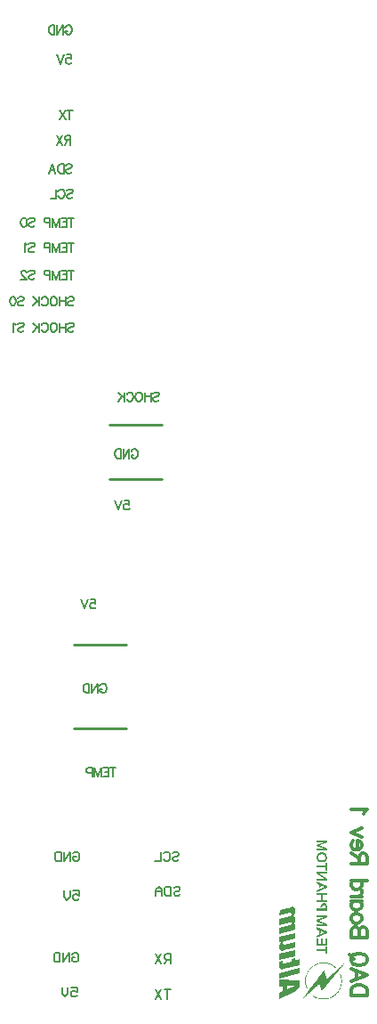
<source format=gbo>
G04*
G04 #@! TF.GenerationSoftware,Altium Limited,Altium Designer,20.2.6 (244)*
G04*
G04 Layer_Color=32896*
%FSLAX25Y25*%
%MOIN*%
G70*
G04*
G04 #@! TF.SameCoordinates,A761004E-7D6E-4A87-B3DE-CFC7A672E5A2*
G04*
G04*
G04 #@! TF.FilePolarity,Positive*
G04*
G01*
G75*
%ADD12C,0.01000*%
%ADD14C,0.00620*%
%ADD16C,0.01181*%
G36*
X126924Y75602D02*
X126932D01*
X126939D01*
X126975Y75594D01*
X127034Y75572D01*
X127106Y75551D01*
X127179Y75521D01*
X127260Y75478D01*
X127340Y75419D01*
X127413Y75354D01*
X127420Y75346D01*
X127442Y75317D01*
X127471Y75266D01*
X127507Y75208D01*
X127544Y75135D01*
X127588Y75040D01*
X127624Y74945D01*
X127653Y74836D01*
X127661Y74822D01*
X127668Y74785D01*
X127682Y74727D01*
X127697Y74647D01*
X127711Y74545D01*
X127719Y74428D01*
X127733Y74304D01*
Y74071D01*
X127726Y74005D01*
X127719Y73925D01*
X127711Y73837D01*
X127682Y73655D01*
Y73648D01*
X127675Y73611D01*
X127661Y73560D01*
X127646Y73502D01*
X127624Y73422D01*
X127595Y73342D01*
X127529Y73159D01*
X127522Y73145D01*
X127515Y73116D01*
X127493Y73065D01*
X127464Y72999D01*
X127420Y72926D01*
X127376Y72846D01*
X127325Y72759D01*
X127260Y72671D01*
X127252Y72664D01*
X127230Y72635D01*
X127194Y72591D01*
X127143Y72532D01*
X127077Y72467D01*
X127004Y72401D01*
X126924Y72328D01*
X126837Y72255D01*
X126844D01*
X126873Y72248D01*
X126917Y72234D01*
X126968Y72219D01*
X127034Y72197D01*
X127099Y72168D01*
X127230Y72102D01*
X127238Y72095D01*
X127260Y72088D01*
X127289Y72066D01*
X127332Y72037D01*
X127376Y72000D01*
X127420Y71949D01*
X127471Y71898D01*
X127515Y71840D01*
X127522Y71833D01*
X127529Y71811D01*
X127551Y71774D01*
X127573Y71723D01*
X127602Y71658D01*
X127631Y71585D01*
X127653Y71505D01*
X127675Y71410D01*
Y71395D01*
X127682Y71366D01*
X127697Y71315D01*
X127704Y71242D01*
X127719Y71155D01*
X127726Y71053D01*
X127733Y70936D01*
Y70710D01*
X127726Y70659D01*
X127719Y70601D01*
Y70535D01*
X127704Y70462D01*
X127682Y70294D01*
X127639Y70120D01*
X127588Y69937D01*
X127515Y69762D01*
Y69755D01*
X127507Y69740D01*
X127493Y69718D01*
X127478Y69682D01*
X127456Y69646D01*
X127427Y69602D01*
X127354Y69493D01*
X127267Y69369D01*
X127157Y69230D01*
X127026Y69099D01*
X126873Y68968D01*
Y68946D01*
X127573Y69113D01*
Y66941D01*
X121799Y65498D01*
Y67648D01*
X125612Y68610D01*
X125619D01*
X125627Y68618D01*
X125670Y68625D01*
X125729Y68647D01*
X125802Y68676D01*
X125889Y68713D01*
X125969Y68764D01*
X126049Y68822D01*
X126122Y68895D01*
X126130Y68902D01*
X126152Y68931D01*
X126173Y68975D01*
X126210Y69033D01*
X126239Y69106D01*
X126261Y69194D01*
X126283Y69296D01*
X126290Y69405D01*
Y69456D01*
X126283Y69507D01*
X126268Y69573D01*
X126246Y69646D01*
X126217Y69718D01*
X126181Y69777D01*
X126122Y69828D01*
X126115Y69835D01*
X126093Y69842D01*
X126049Y69857D01*
X125998Y69872D01*
X125926Y69879D01*
X125831D01*
X125729Y69864D01*
X125605Y69835D01*
X121799Y68888D01*
Y71038D01*
X125612Y71993D01*
X125619D01*
X125627Y72000D01*
X125670Y72008D01*
X125729Y72029D01*
X125802Y72066D01*
X125889Y72102D01*
X125969Y72153D01*
X126049Y72212D01*
X126122Y72285D01*
X126130Y72292D01*
X126152Y72321D01*
X126173Y72365D01*
X126210Y72430D01*
X126239Y72503D01*
X126261Y72598D01*
X126283Y72700D01*
X126290Y72817D01*
Y72868D01*
X126283Y72919D01*
X126268Y72984D01*
X126246Y73057D01*
X126217Y73123D01*
X126181Y73189D01*
X126122Y73232D01*
X126115Y73240D01*
X126093Y73247D01*
X126049Y73261D01*
X125998Y73276D01*
X125926Y73283D01*
X125838D01*
X125736Y73276D01*
X125612Y73247D01*
X121799Y72292D01*
Y73298D01*
X121807Y73334D01*
Y73378D01*
X121814Y73429D01*
X121836Y73553D01*
X121872Y73692D01*
X121923Y73852D01*
X121996Y74012D01*
X122098Y74173D01*
X122106Y74180D01*
X122113Y74195D01*
X122127Y74209D01*
X122149Y74238D01*
X122215Y74311D01*
X122302Y74399D01*
X122412Y74493D01*
X122543Y74581D01*
X122689Y74654D01*
X122849Y74712D01*
X126152Y75543D01*
X126159D01*
X126173Y75551D01*
X126195D01*
X126232Y75558D01*
X126312Y75572D01*
X126421Y75594D01*
X126545Y75609D01*
X126669Y75616D01*
X126800D01*
X126924Y75602D01*
D02*
G37*
G36*
X127573Y63726D02*
X123753Y62764D01*
X123746D01*
X123739Y62757D01*
X123695Y62749D01*
X123636Y62727D01*
X123564Y62698D01*
X123476Y62655D01*
X123389Y62603D01*
X123308Y62545D01*
X123235Y62472D01*
X123228Y62465D01*
X123206Y62436D01*
X123177Y62392D01*
X123148Y62334D01*
X123119Y62261D01*
X123090Y62173D01*
X123068Y62071D01*
X123061Y61955D01*
Y61904D01*
X123068Y61853D01*
X123082Y61794D01*
X123104Y61721D01*
X123133Y61656D01*
X123177Y61598D01*
X123235Y61546D01*
X123243Y61539D01*
X123272Y61532D01*
X123308Y61517D01*
X123367Y61510D01*
X123440Y61495D01*
X123527D01*
X123629Y61510D01*
X123753Y61532D01*
X127573Y62487D01*
Y60336D01*
X123199Y59243D01*
X123192D01*
X123177Y59236D01*
X123155D01*
X123126Y59228D01*
X123039Y59214D01*
X122937Y59192D01*
X122813Y59177D01*
X122689Y59170D01*
X122565D01*
X122441Y59184D01*
X122426D01*
X122390Y59199D01*
X122339Y59214D01*
X122266Y59243D01*
X122193Y59279D01*
X122120Y59323D01*
X122047Y59389D01*
X121982Y59461D01*
X121974Y59469D01*
X121952Y59498D01*
X121923Y59542D01*
X121887Y59593D01*
X121843Y59666D01*
X121799Y59746D01*
X121763Y59841D01*
X121726Y59943D01*
Y59957D01*
X121712Y59994D01*
X121705Y60052D01*
X121690Y60132D01*
X121675Y60227D01*
X121661Y60344D01*
X121653Y60467D01*
Y60708D01*
X121661Y60752D01*
X121668Y60817D01*
Y60883D01*
X121683Y60956D01*
X121705Y61116D01*
X121741Y61291D01*
X121792Y61466D01*
X121865Y61641D01*
Y61648D01*
X121872Y61663D01*
X121887Y61685D01*
X121901Y61721D01*
X121923Y61758D01*
X121952Y61802D01*
X122018Y61911D01*
X122106Y62035D01*
X122215Y62166D01*
X122339Y62297D01*
X122485Y62428D01*
Y62458D01*
X121792Y62290D01*
Y64433D01*
X127573Y65877D01*
Y63726D01*
D02*
G37*
G36*
Y57202D02*
X121792Y55758D01*
Y57909D01*
X127573Y59359D01*
Y57202D01*
D02*
G37*
G36*
Y55503D02*
X129337Y55970D01*
Y53812D01*
X123192Y52259D01*
X123184D01*
X123170Y52252D01*
X123148D01*
X123112Y52244D01*
X123031Y52223D01*
X122922Y52208D01*
X122798Y52186D01*
X122674Y52171D01*
X122543Y52164D01*
X122426Y52171D01*
X122412D01*
X122375Y52179D01*
X122324Y52193D01*
X122259Y52215D01*
X122193Y52244D01*
X122120Y52288D01*
X122055Y52339D01*
X121996Y52405D01*
X121989Y52412D01*
X121974Y52441D01*
X121952Y52478D01*
X121923Y52536D01*
X121894Y52609D01*
X121858Y52696D01*
X121828Y52798D01*
X121799Y52915D01*
Y52930D01*
X121792Y52973D01*
X121777Y53046D01*
X121770Y53141D01*
X121756Y53265D01*
X121748Y53404D01*
X121741Y53564D01*
Y53921D01*
X121748Y54009D01*
Y54220D01*
X121756Y54329D01*
Y54380D01*
X121763Y54446D01*
Y54526D01*
X121770Y54621D01*
X121777Y54723D01*
X121785Y54840D01*
X121792Y54964D01*
X123075Y55284D01*
Y54832D01*
X123082Y54774D01*
X123097Y54708D01*
X123112Y54643D01*
X123141Y54592D01*
X123177Y54541D01*
X123184Y54533D01*
X123199Y54526D01*
X123228Y54512D01*
X123265Y54497D01*
X123316Y54482D01*
X123374D01*
X123447D01*
X123527Y54497D01*
X126275Y55182D01*
Y56086D01*
X127573Y56407D01*
Y55503D01*
D02*
G37*
G36*
X129417Y50641D02*
X121792Y48723D01*
Y50881D01*
X129417Y52791D01*
Y50641D01*
D02*
G37*
G36*
Y47987D02*
Y46668D01*
X129410Y46638D01*
Y46558D01*
X129395Y46456D01*
X129381Y46339D01*
X129359Y46208D01*
X129330Y46070D01*
X129294Y45931D01*
Y45924D01*
X129286Y45917D01*
X129279Y45895D01*
X129272Y45873D01*
X129250Y45800D01*
X129213Y45713D01*
X129169Y45603D01*
X129111Y45487D01*
X129053Y45370D01*
X128980Y45246D01*
X128973Y45231D01*
X128944Y45195D01*
X128900Y45137D01*
X128849Y45057D01*
X128776Y44969D01*
X128696Y44874D01*
X128608Y44772D01*
X128506Y44670D01*
X128492Y44655D01*
X128462Y44626D01*
X128404Y44583D01*
X128331Y44517D01*
X128244Y44451D01*
X128134Y44371D01*
X128025Y44291D01*
X127901Y44218D01*
X121792Y40945D01*
X121799Y43424D01*
X123119Y44007D01*
Y45858D01*
X121792Y45785D01*
Y48271D01*
X129417Y47987D01*
D02*
G37*
G36*
X139486Y99834D02*
X136672Y98594D01*
X139486Y97340D01*
Y96626D01*
X135768D01*
Y97267D01*
X138363D01*
X135768Y98288D01*
Y98871D01*
X138363Y99877D01*
X135768D01*
Y100519D01*
X139486D01*
Y99834D01*
D02*
G37*
G36*
X137955Y95970D02*
X138232Y95912D01*
X138480Y95839D01*
X138669Y95751D01*
X138830Y95664D01*
X138932Y95591D01*
X139005Y95532D01*
X139019Y95518D01*
X139180Y95328D01*
X139296Y95110D01*
X139384Y94876D01*
X139442Y94658D01*
X139471Y94454D01*
X139500Y94293D01*
Y94147D01*
X139486Y93827D01*
X139427Y93535D01*
X139355Y93302D01*
X139267Y93098D01*
X139165Y92952D01*
X139092Y92835D01*
X139034Y92777D01*
X139019Y92748D01*
X138830Y92587D01*
X138611Y92485D01*
X138378Y92398D01*
X138144Y92339D01*
X137940Y92310D01*
X137780Y92296D01*
X137707Y92281D01*
X137663D01*
X137634D01*
X137619D01*
X137284Y92310D01*
X137007Y92369D01*
X136759Y92456D01*
X136570Y92544D01*
X136409Y92631D01*
X136293Y92704D01*
X136234Y92762D01*
X136205Y92777D01*
X136045Y92981D01*
X135943Y93200D01*
X135855Y93418D01*
X135797Y93637D01*
X135768Y93841D01*
X135753Y94002D01*
X135739Y94060D01*
Y94147D01*
X135753Y94468D01*
X135812Y94745D01*
X135884Y94978D01*
X135972Y95168D01*
X136059Y95328D01*
X136132Y95430D01*
X136191Y95503D01*
X136205Y95518D01*
X136409Y95678D01*
X136628Y95795D01*
X136861Y95868D01*
X137095Y95926D01*
X137299Y95955D01*
X137474Y95984D01*
X137532D01*
X137576D01*
X137605D01*
X137619D01*
X137955Y95970D01*
D02*
G37*
G36*
X139486Y89205D02*
X138888D01*
Y90269D01*
X135768D01*
Y90969D01*
X138888D01*
Y92019D01*
X139486D01*
Y89205D01*
D02*
G37*
G36*
Y88155D02*
X136774D01*
X139486Y86201D01*
Y85501D01*
X135768D01*
Y86172D01*
X138523D01*
X135768Y88140D01*
Y88811D01*
X139486D01*
Y88155D01*
D02*
G37*
G36*
Y83446D02*
Y82702D01*
X135768Y81142D01*
Y81842D01*
X138771Y83066D01*
X137372Y83650D01*
Y82906D01*
X136774Y82658D01*
Y83898D01*
X135768Y84320D01*
Y85064D01*
X139486Y83446D01*
D02*
G37*
G36*
Y80005D02*
X137940D01*
Y78168D01*
X139486D01*
Y77482D01*
X135768D01*
Y78168D01*
X137343D01*
Y80005D01*
X135768D01*
Y80675D01*
X139486D01*
Y80005D01*
D02*
G37*
G36*
X138626Y77016D02*
X138786Y76987D01*
X138917Y76943D01*
X139034Y76885D01*
X139107Y76826D01*
X139180Y76783D01*
X139209Y76753D01*
X139223Y76739D01*
X139311Y76622D01*
X139369Y76491D01*
X139427Y76345D01*
X139457Y76214D01*
X139471Y76083D01*
X139486Y75981D01*
Y74231D01*
X135768D01*
Y74916D01*
X138859D01*
Y75849D01*
X138844Y76010D01*
X138801Y76112D01*
X138757Y76185D01*
X138742Y76199D01*
X138640Y76272D01*
X138538Y76301D01*
X138451Y76316D01*
X138421D01*
X138407D01*
X138305Y76301D01*
X138217Y76272D01*
X138072Y76199D01*
X138013Y76141D01*
X137970Y76112D01*
X137955Y76083D01*
X137940Y76068D01*
X137882Y75966D01*
X137824Y75864D01*
X137736Y75631D01*
X137707Y75529D01*
X137678Y75441D01*
X137663Y75383D01*
Y75368D01*
X137065Y75470D01*
X137109Y75747D01*
X137182Y75981D01*
X137255Y76185D01*
X137328Y76345D01*
X137401Y76476D01*
X137459Y76564D01*
X137503Y76622D01*
X137517Y76637D01*
X137663Y76768D01*
X137809Y76870D01*
X137970Y76928D01*
X138115Y76987D01*
X138232Y77016D01*
X138348Y77030D01*
X138407D01*
X138436D01*
X138626Y77016D01*
D02*
G37*
G36*
X139486Y71592D02*
X136672Y70353D01*
X139486Y69113D01*
Y68384D01*
X135768D01*
Y69026D01*
X138363D01*
X135768Y70047D01*
Y70630D01*
X138363Y71650D01*
X135768D01*
Y72277D01*
X139486D01*
Y71592D01*
D02*
G37*
G36*
Y66329D02*
Y65585D01*
X135768Y64025D01*
Y64710D01*
X138771Y65950D01*
X137372Y66533D01*
Y65775D01*
X136774Y65541D01*
Y66781D01*
X135768Y67203D01*
Y67947D01*
X139486Y66329D01*
D02*
G37*
G36*
X136366Y61809D02*
X137343D01*
Y63573D01*
X137955D01*
Y61809D01*
X138888D01*
Y63675D01*
X139486D01*
Y61138D01*
X135768D01*
Y63704D01*
X136366D01*
Y61809D01*
D02*
G37*
G36*
X139486Y57931D02*
X138888D01*
Y58995D01*
X135768D01*
Y59666D01*
X138888D01*
Y60745D01*
X139486D01*
Y57931D01*
D02*
G37*
G36*
X139077Y54767D02*
X139486Y54694D01*
X139865Y54621D01*
X140200Y54533D01*
X140346Y54490D01*
X140477Y54446D01*
X140594Y54402D01*
X140696Y54373D01*
X140783Y54344D01*
X140842Y54315D01*
X140871Y54300D01*
X140885D01*
X141279Y54125D01*
X141658Y53921D01*
X141979Y53732D01*
X142271Y53527D01*
X142402Y53440D01*
X142504Y53352D01*
X142606Y53280D01*
X142693Y53221D01*
X142752Y53163D01*
X142795Y53119D01*
X142825Y53105D01*
X142839Y53090D01*
X142635Y52857D01*
X142300Y53134D01*
X141964Y53367D01*
X141644Y53571D01*
X141352Y53732D01*
X141090Y53863D01*
X140988Y53921D01*
X140885Y53965D01*
X140813Y53994D01*
X140754Y54023D01*
X140725Y54038D01*
X140710D01*
X140317Y54184D01*
X139938Y54286D01*
X139573Y54373D01*
X139252Y54431D01*
X139107Y54446D01*
X138976Y54475D01*
X138859D01*
X138771Y54490D01*
X138684Y54504D01*
X138626D01*
X138596D01*
X138582D01*
X138174D01*
X137794Y54490D01*
X137430Y54446D01*
X137095Y54402D01*
X136949Y54373D01*
X136818Y54344D01*
X136701Y54329D01*
X136614Y54300D01*
X136526Y54286D01*
X136468Y54271D01*
X136439Y54256D01*
X136424D01*
X136030Y54125D01*
X135651Y53965D01*
X135301Y53804D01*
X134995Y53644D01*
X134864Y53571D01*
X134747Y53498D01*
X134645Y53425D01*
X134558Y53382D01*
X134485Y53323D01*
X134441Y53294D01*
X134412Y53280D01*
X134397Y53265D01*
X134047Y53003D01*
X133741Y52725D01*
X133479Y52463D01*
X133246Y52201D01*
X133056Y51982D01*
X132983Y51894D01*
X132925Y51822D01*
X132867Y51749D01*
X132837Y51705D01*
X132823Y51676D01*
X132808Y51661D01*
X132589Y51311D01*
X132400Y50961D01*
X132239Y50626D01*
X132108Y50320D01*
X132006Y50057D01*
X131963Y49955D01*
X131933Y49853D01*
X131904Y49780D01*
X131890Y49722D01*
X131875Y49693D01*
Y49678D01*
X131788Y49285D01*
X131715Y48891D01*
X131671Y48526D01*
X131656Y48206D01*
X131642Y48045D01*
Y47506D01*
X131685Y47098D01*
X131744Y46704D01*
X131831Y46325D01*
X131919Y46004D01*
X131963Y45844D01*
X132006Y45713D01*
X132050Y45610D01*
X132079Y45508D01*
X132108Y45421D01*
X132137Y45363D01*
X132152Y45333D01*
Y45319D01*
X131875Y45202D01*
X131700Y45669D01*
X131627Y45888D01*
X131569Y46092D01*
X131525Y46267D01*
X131496Y46398D01*
X131467Y46485D01*
Y46514D01*
X131423Y46777D01*
X131394Y47010D01*
X131365Y47243D01*
X131350Y47448D01*
Y47622D01*
X131335Y47754D01*
Y47870D01*
X131350Y48220D01*
Y48381D01*
X131365Y48512D01*
X131379Y48629D01*
Y48731D01*
X131394Y48789D01*
Y48803D01*
X131452Y49139D01*
X131481Y49299D01*
X131510Y49445D01*
X131540Y49562D01*
X131569Y49649D01*
X131583Y49707D01*
Y49722D01*
X131715Y50145D01*
X131875Y50538D01*
X132035Y50888D01*
X132196Y51209D01*
X132269Y51340D01*
X132342Y51472D01*
X132400Y51574D01*
X132458Y51661D01*
X132517Y51734D01*
X132546Y51792D01*
X132560Y51822D01*
X132575Y51836D01*
X132837Y52186D01*
X133114Y52507D01*
X133391Y52798D01*
X133654Y53032D01*
X133872Y53236D01*
X133975Y53309D01*
X134047Y53382D01*
X134120Y53425D01*
X134164Y53469D01*
X134193Y53484D01*
X134208Y53498D01*
X134572Y53746D01*
X134937Y53950D01*
X135301Y54140D01*
X135622Y54286D01*
X135768Y54344D01*
X135899Y54388D01*
X136016Y54431D01*
X136118Y54475D01*
X136191Y54504D01*
X136264Y54519D01*
X136293Y54533D01*
X136307D01*
X136730Y54636D01*
X137153Y54723D01*
X137547Y54767D01*
X137897Y54796D01*
X138057Y54811D01*
X138203D01*
X138334D01*
X138436D01*
X138523D01*
X138582D01*
X138626D01*
X138640D01*
X139077Y54767D01*
D02*
G37*
G36*
X145916Y54315D02*
X145945D01*
X145959Y54300D01*
X145580Y53834D01*
X145201Y53367D01*
X144851Y52944D01*
X144691Y52740D01*
X144530Y52551D01*
X144399Y52390D01*
X144268Y52230D01*
X144166Y52099D01*
X144064Y51982D01*
X143991Y51894D01*
X143933Y51822D01*
X143904Y51778D01*
X143889Y51763D01*
X143510Y51297D01*
X143131Y50830D01*
X142781Y50393D01*
X142606Y50203D01*
X142460Y50014D01*
X142314Y49839D01*
X142198Y49678D01*
X142081Y49547D01*
X141979Y49430D01*
X141906Y49343D01*
X141848Y49270D01*
X141819Y49226D01*
X141804Y49212D01*
X141425Y48745D01*
X141046Y48279D01*
X140696Y47841D01*
X140535Y47652D01*
X140375Y47462D01*
X140244Y47287D01*
X140113Y47127D01*
X140011Y46996D01*
X139909Y46879D01*
X139836Y46791D01*
X139777Y46719D01*
X139748Y46675D01*
X139734Y46660D01*
X139340Y46179D01*
X138961Y45727D01*
X138611Y45290D01*
X138451Y45086D01*
X138290Y44896D01*
X138144Y44736D01*
X138028Y44575D01*
X137911Y44429D01*
X137809Y44313D01*
X137736Y44225D01*
X137678Y44153D01*
X137649Y44109D01*
X137634Y44094D01*
X137547Y44357D01*
X137459Y44619D01*
X137372Y44852D01*
X137299Y45056D01*
X137241Y45246D01*
X137197Y45377D01*
X137168Y45465D01*
X137153Y45479D01*
Y45494D01*
X137065Y45756D01*
X136993Y46004D01*
X136905Y46237D01*
X136832Y46456D01*
X136774Y46631D01*
X136730Y46777D01*
X136701Y46864D01*
X136686Y46879D01*
Y46894D01*
X136395Y46617D01*
X136103Y46354D01*
X135826Y46106D01*
X135593Y45873D01*
X135389Y45698D01*
X135228Y45552D01*
X135170Y45494D01*
X135126Y45450D01*
X135112Y45436D01*
X135097Y45421D01*
X134806Y45144D01*
X134514Y44881D01*
X134237Y44619D01*
X134004Y44400D01*
X133800Y44211D01*
X133639Y44065D01*
X133581Y44007D01*
X133537Y43963D01*
X133523Y43948D01*
X133508Y43934D01*
X133216Y43657D01*
X132939Y43394D01*
X132677Y43146D01*
X132444Y42928D01*
X132239Y42738D01*
X132079Y42607D01*
X132021Y42549D01*
X131977Y42505D01*
X131963Y42490D01*
X131948Y42476D01*
X131656Y42199D01*
X131379Y41936D01*
X131117Y41688D01*
X130884Y41470D01*
X130679Y41280D01*
X130519Y41149D01*
X130461Y41091D01*
X130417Y41047D01*
X130402Y41032D01*
X130388Y41018D01*
X130373D01*
X130359D01*
X130330Y41032D01*
X130315Y41047D01*
X130694Y41557D01*
X131059Y42038D01*
X131408Y42505D01*
X131569Y42724D01*
X131715Y42913D01*
X131860Y43103D01*
X131977Y43263D01*
X132094Y43409D01*
X132181Y43540D01*
X132254Y43642D01*
X132312Y43715D01*
X132342Y43759D01*
X132356Y43773D01*
X132735Y44284D01*
X133100Y44779D01*
X133450Y45246D01*
X133610Y45450D01*
X133756Y45654D01*
X133902Y45829D01*
X134018Y46004D01*
X134135Y46150D01*
X134222Y46267D01*
X134295Y46369D01*
X134354Y46442D01*
X134383Y46485D01*
X134397Y46500D01*
X134791Y47010D01*
X135155Y47506D01*
X135505Y47972D01*
X135666Y48191D01*
X135826Y48381D01*
X135957Y48570D01*
X136089Y48731D01*
X136191Y48876D01*
X136293Y49008D01*
X136366Y49110D01*
X136424Y49183D01*
X136453Y49226D01*
X136468Y49241D01*
X136861Y49751D01*
X137241Y50247D01*
X137590Y50713D01*
X137751Y50932D01*
X137897Y51136D01*
X138042Y51326D01*
X138159Y51486D01*
X138276Y51632D01*
X138363Y51763D01*
X138436Y51865D01*
X138494Y51938D01*
X138523Y51982D01*
X138538Y51996D01*
X138626Y51676D01*
X138713Y51370D01*
X138786Y51078D01*
X138859Y50815D01*
X138903Y50597D01*
X138932Y50509D01*
X138946Y50437D01*
X138976Y50378D01*
Y50334D01*
X138990Y50305D01*
Y50291D01*
X139077Y49970D01*
X139165Y49664D01*
X139238Y49387D01*
X139311Y49124D01*
X139369Y48906D01*
X139398Y48818D01*
X139413Y48745D01*
X139427Y48687D01*
X139442Y48643D01*
X139457Y48614D01*
Y48599D01*
X139763Y48876D01*
X140040Y49139D01*
X140317Y49372D01*
X140565Y49591D01*
X140769Y49780D01*
X140929Y49926D01*
X140988Y49970D01*
X141031Y50014D01*
X141046Y50028D01*
X141060Y50043D01*
X141367Y50320D01*
X141658Y50582D01*
X141935Y50815D01*
X142183Y51034D01*
X142387Y51224D01*
X142548Y51370D01*
X142606Y51413D01*
X142650Y51457D01*
X142664Y51472D01*
X142679Y51486D01*
X142985Y51749D01*
X143262Y52011D01*
X143539Y52259D01*
X143787Y52463D01*
X143991Y52653D01*
X144151Y52798D01*
X144210Y52842D01*
X144253Y52886D01*
X144268Y52900D01*
X144283Y52915D01*
X144589Y53177D01*
X144866Y53440D01*
X145143Y53673D01*
X145376Y53892D01*
X145580Y54067D01*
X145741Y54213D01*
X145799Y54256D01*
X145843Y54300D01*
X145857Y54315D01*
X145872Y54329D01*
X145901D01*
X145916Y54315D01*
D02*
G37*
G36*
X144866Y49970D02*
X144982Y49562D01*
X145070Y49183D01*
X145128Y48847D01*
X145143Y48687D01*
X145172Y48556D01*
Y48424D01*
X145187Y48322D01*
X145201Y48250D01*
Y47710D01*
X145172Y47302D01*
X145128Y46923D01*
X145070Y46587D01*
X145041Y46442D01*
X145012Y46310D01*
X144982Y46194D01*
X144953Y46092D01*
X144939Y46004D01*
X144924Y45946D01*
X144910Y45917D01*
Y45902D01*
X144778Y45508D01*
X144618Y45144D01*
X144457Y44794D01*
X144297Y44502D01*
X144224Y44371D01*
X144151Y44240D01*
X144079Y44138D01*
X144035Y44050D01*
X143976Y43992D01*
X143947Y43934D01*
X143933Y43905D01*
X143918Y43890D01*
X143670Y43555D01*
X143393Y43234D01*
X143131Y42957D01*
X142883Y42709D01*
X142650Y42520D01*
X142562Y42432D01*
X142475Y42374D01*
X142402Y42315D01*
X142358Y42272D01*
X142329Y42257D01*
X142314Y42243D01*
X141950Y42009D01*
X141585Y41791D01*
X141235Y41630D01*
X140915Y41484D01*
X140769Y41426D01*
X140638Y41368D01*
X140521Y41339D01*
X140434Y41295D01*
X140346Y41266D01*
X140288Y41251D01*
X140259Y41236D01*
X140244D01*
X139836Y41134D01*
X139427Y41061D01*
X139048Y41003D01*
X138713Y40974D01*
X138567Y40960D01*
X138421D01*
X138305Y40945D01*
X138203D01*
X138130D01*
X138057D01*
X138028D01*
X138013D01*
X137590Y40974D01*
X137197Y41032D01*
X136832Y41105D01*
X136497Y41178D01*
X136351Y41222D01*
X136220Y41251D01*
X136103Y41295D01*
X136016Y41324D01*
X135928Y41353D01*
X135870Y41368D01*
X135841Y41382D01*
X135826D01*
X135433Y41543D01*
X135053Y41732D01*
X134718Y41922D01*
X134426Y42111D01*
X134295Y42199D01*
X134179Y42272D01*
X134077Y42345D01*
X133989Y42417D01*
X133916Y42461D01*
X133872Y42505D01*
X133843Y42520D01*
X133829Y42534D01*
X133843D01*
X134018Y42782D01*
X134354Y42534D01*
X134689Y42301D01*
X135010Y42111D01*
X135301Y41965D01*
X135549Y41834D01*
X135666Y41791D01*
X135753Y41747D01*
X135826Y41718D01*
X135884Y41688D01*
X135914Y41674D01*
X135928D01*
X136322Y41543D01*
X136686Y41455D01*
X137051Y41368D01*
X137372Y41324D01*
X137503Y41295D01*
X137634Y41280D01*
X137751D01*
X137853Y41266D01*
X137926Y41251D01*
X137984D01*
X138013D01*
X138028D01*
X138421D01*
X138815Y41280D01*
X139165Y41324D01*
X139486Y41382D01*
X139632Y41411D01*
X139763Y41426D01*
X139879Y41455D01*
X139967Y41484D01*
X140054Y41499D01*
X140113Y41513D01*
X140142Y41528D01*
X140156D01*
X140550Y41659D01*
X140915Y41820D01*
X141250Y41980D01*
X141542Y42140D01*
X141673Y42213D01*
X141789Y42286D01*
X141877Y42345D01*
X141964Y42403D01*
X142037Y42447D01*
X142081Y42476D01*
X142110Y42505D01*
X142125D01*
X142460Y42767D01*
X142752Y43030D01*
X143029Y43292D01*
X143247Y43540D01*
X143437Y43744D01*
X143568Y43919D01*
X143626Y43977D01*
X143656Y44021D01*
X143685Y44050D01*
Y44065D01*
X143904Y44415D01*
X144093Y44750D01*
X144253Y45071D01*
X144385Y45363D01*
X144487Y45625D01*
X144530Y45727D01*
X144560Y45815D01*
X144589Y45888D01*
X144603Y45946D01*
X144618Y45975D01*
Y45990D01*
X144720Y46383D01*
X144793Y46762D01*
X144837Y47112D01*
X144866Y47448D01*
Y47593D01*
X144880Y47725D01*
Y48118D01*
X144851Y48526D01*
X144808Y48920D01*
X144735Y49285D01*
X144647Y49605D01*
X144618Y49751D01*
X144574Y49882D01*
X144545Y49999D01*
X144501Y50086D01*
X144487Y50174D01*
X144457Y50232D01*
X144443Y50261D01*
Y50276D01*
X144720Y50378D01*
X144866Y49970D01*
D02*
G37*
%LPC*%
G36*
X127755Y46121D02*
X124577Y45939D01*
Y44648D01*
X127755Y46121D01*
D02*
G37*
G36*
X137736Y95270D02*
X137663D01*
X137649D01*
X137634D01*
X137415Y95255D01*
X137211Y95226D01*
X137051Y95183D01*
X136920Y95124D01*
X136803Y95066D01*
X136730Y95022D01*
X136686Y94993D01*
X136672Y94978D01*
X136570Y94862D01*
X136482Y94731D01*
X136424Y94599D01*
X136395Y94454D01*
X136366Y94337D01*
X136351Y94235D01*
Y94147D01*
X136366Y93943D01*
X136395Y93768D01*
X136453Y93608D01*
X136511Y93491D01*
X136570Y93389D01*
X136628Y93331D01*
X136657Y93287D01*
X136672Y93273D01*
X136803Y93185D01*
X136963Y93112D01*
X137124Y93068D01*
X137270Y93025D01*
X137415Y93010D01*
X137532Y92996D01*
X137605D01*
X137634D01*
X137853Y93010D01*
X138042Y93039D01*
X138203Y93083D01*
X138348Y93141D01*
X138451Y93185D01*
X138523Y93229D01*
X138567Y93258D01*
X138582Y93273D01*
X138698Y93389D01*
X138771Y93535D01*
X138830Y93681D01*
X138873Y93827D01*
X138903Y93943D01*
X138917Y94045D01*
Y94147D01*
X138903Y94337D01*
X138859Y94512D01*
X138815Y94658D01*
X138757Y94774D01*
X138684Y94862D01*
X138640Y94920D01*
X138596Y94964D01*
X138582Y94978D01*
X138451Y95080D01*
X138305Y95153D01*
X138144Y95197D01*
X137984Y95241D01*
X137853Y95255D01*
X137736Y95270D01*
D02*
G37*
%LPD*%
D12*
X44488Y142520D02*
X64173D01*
X44488Y173622D02*
X64173D01*
X57874Y235827D02*
X77559D01*
X57874Y255906D02*
X77559D01*
D14*
X80876Y44570D02*
X78610D01*
X79743D01*
Y41171D01*
X77477Y44570D02*
X75211Y41171D01*
Y44570D02*
X77477Y41171D01*
X80876Y54557D02*
Y57956D01*
X79177D01*
X78610Y57389D01*
Y56257D01*
X79177Y55690D01*
X80876D01*
X79743D02*
X78610Y54557D01*
X77477Y57956D02*
X75211Y54557D01*
Y57956D02*
X77477Y54557D01*
X82153Y82586D02*
X82720Y83153D01*
X83853D01*
X84419Y82586D01*
Y82020D01*
X83853Y81453D01*
X82720D01*
X82153Y80887D01*
Y80320D01*
X82720Y79754D01*
X83853D01*
X84419Y80320D01*
X81020Y83153D02*
Y79754D01*
X79321D01*
X78755Y80320D01*
Y82586D01*
X79321Y83153D01*
X81020D01*
X77622Y79754D02*
Y82020D01*
X76489Y83153D01*
X75356Y82020D01*
Y79754D01*
Y81453D01*
X77622D01*
X81760Y95578D02*
X82326Y96145D01*
X83459D01*
X84026Y95578D01*
Y95012D01*
X83459Y94445D01*
X82326D01*
X81760Y93879D01*
Y93313D01*
X82326Y92746D01*
X83459D01*
X84026Y93313D01*
X78361Y95578D02*
X78927Y96145D01*
X80060D01*
X80627Y95578D01*
Y93313D01*
X80060Y92746D01*
X78927D01*
X78361Y93313D01*
X77228Y96145D02*
Y92746D01*
X74962D01*
X59271Y127641D02*
Y124242D01*
X60404Y127641D02*
X58137D01*
X55628D02*
X57733D01*
Y124242D01*
X55628D01*
X57733Y126023D02*
X56438D01*
X55062Y127641D02*
Y124242D01*
Y127641D02*
X53767Y124242D01*
X52472Y127641D02*
X53767Y124242D01*
X52472Y127641D02*
Y124242D01*
X51501Y125861D02*
X50044D01*
X49558Y126023D01*
X49396Y126184D01*
X49235Y126508D01*
Y126994D01*
X49396Y127318D01*
X49558Y127479D01*
X50044Y127641D01*
X51501D01*
Y124242D01*
X74279Y267707D02*
X74603Y268031D01*
X75089Y268193D01*
X75736D01*
X76222Y268031D01*
X76545Y267707D01*
Y267383D01*
X76384Y267059D01*
X76222Y266898D01*
X75898Y266736D01*
X74927Y266412D01*
X74603Y266250D01*
X74441Y266088D01*
X74279Y265764D01*
Y265279D01*
X74603Y264955D01*
X75089Y264793D01*
X75736D01*
X76222Y264955D01*
X76545Y265279D01*
X73518Y268193D02*
Y264793D01*
X71252Y268193D02*
Y264793D01*
X73518Y266574D02*
X71252D01*
X69342Y268193D02*
X69666Y268031D01*
X69990Y267707D01*
X70152Y267383D01*
X70313Y266898D01*
Y266088D01*
X70152Y265603D01*
X69990Y265279D01*
X69666Y264955D01*
X69342Y264793D01*
X68695D01*
X68371Y264955D01*
X68047Y265279D01*
X67885Y265603D01*
X67723Y266088D01*
Y266898D01*
X67885Y267383D01*
X68047Y267707D01*
X68371Y268031D01*
X68695Y268193D01*
X69342D01*
X64502Y267383D02*
X64664Y267707D01*
X64988Y268031D01*
X65312Y268193D01*
X65959D01*
X66283Y268031D01*
X66606Y267707D01*
X66768Y267383D01*
X66930Y266898D01*
Y266088D01*
X66768Y265603D01*
X66606Y265279D01*
X66283Y264955D01*
X65959Y264793D01*
X65312D01*
X64988Y264955D01*
X64664Y265279D01*
X64502Y265603D01*
X63547Y268193D02*
Y264793D01*
X61281Y268193D02*
X63547Y265926D01*
X62738Y266736D02*
X61281Y264793D01*
X42389Y293691D02*
X42713Y294015D01*
X43199Y294177D01*
X43846D01*
X44332Y294015D01*
X44656Y293691D01*
Y293367D01*
X44494Y293044D01*
X44332Y292882D01*
X44008Y292720D01*
X43037Y292396D01*
X42713Y292234D01*
X42551Y292072D01*
X42389Y291749D01*
Y291263D01*
X42713Y290939D01*
X43199Y290777D01*
X43846D01*
X44332Y290939D01*
X44656Y291263D01*
X41629Y294177D02*
Y290777D01*
X39362Y294177D02*
Y290777D01*
X41629Y292558D02*
X39362D01*
X37452Y294177D02*
X37776Y294015D01*
X38100Y293691D01*
X38262Y293367D01*
X38424Y292882D01*
Y292072D01*
X38262Y291587D01*
X38100Y291263D01*
X37776Y290939D01*
X37452Y290777D01*
X36805D01*
X36481Y290939D01*
X36157Y291263D01*
X35996Y291587D01*
X35834Y292072D01*
Y292882D01*
X35996Y293367D01*
X36157Y293691D01*
X36481Y294015D01*
X36805Y294177D01*
X37452D01*
X32612Y293367D02*
X32774Y293691D01*
X33098Y294015D01*
X33422Y294177D01*
X34069D01*
X34393Y294015D01*
X34717Y293691D01*
X34879Y293367D01*
X35041Y292882D01*
Y292072D01*
X34879Y291587D01*
X34717Y291263D01*
X34393Y290939D01*
X34069Y290777D01*
X33422D01*
X33098Y290939D01*
X32774Y291263D01*
X32612Y291587D01*
X31657Y294177D02*
Y290777D01*
X29391Y294177D02*
X31657Y291911D01*
X30848Y292720D02*
X29391Y290777D01*
X23693Y293691D02*
X24017Y294015D01*
X24503Y294177D01*
X25150D01*
X25636Y294015D01*
X25960Y293691D01*
Y293367D01*
X25798Y293044D01*
X25636Y292882D01*
X25312Y292720D01*
X24341Y292396D01*
X24017Y292234D01*
X23855Y292072D01*
X23693Y291749D01*
Y291263D01*
X24017Y290939D01*
X24503Y290777D01*
X25150D01*
X25636Y290939D01*
X25960Y291263D01*
X22933Y293529D02*
X22609Y293691D01*
X22123Y294177D01*
Y290777D01*
X42389Y303534D02*
X42713Y303857D01*
X43199Y304019D01*
X43846D01*
X44332Y303857D01*
X44656Y303534D01*
Y303210D01*
X44494Y302886D01*
X44332Y302724D01*
X44008Y302562D01*
X43037Y302239D01*
X42713Y302077D01*
X42551Y301915D01*
X42389Y301591D01*
Y301106D01*
X42713Y300782D01*
X43199Y300620D01*
X43846D01*
X44332Y300782D01*
X44656Y301106D01*
X41629Y304019D02*
Y300620D01*
X39362Y304019D02*
Y300620D01*
X41629Y302401D02*
X39362D01*
X37452Y304019D02*
X37776Y303857D01*
X38100Y303534D01*
X38262Y303210D01*
X38424Y302724D01*
Y301915D01*
X38262Y301429D01*
X38100Y301106D01*
X37776Y300782D01*
X37452Y300620D01*
X36805D01*
X36481Y300782D01*
X36157Y301106D01*
X35996Y301429D01*
X35834Y301915D01*
Y302724D01*
X35996Y303210D01*
X36157Y303534D01*
X36481Y303857D01*
X36805Y304019D01*
X37452D01*
X32612Y303210D02*
X32774Y303534D01*
X33098Y303857D01*
X33422Y304019D01*
X34069D01*
X34393Y303857D01*
X34717Y303534D01*
X34879Y303210D01*
X35041Y302724D01*
Y301915D01*
X34879Y301429D01*
X34717Y301106D01*
X34393Y300782D01*
X34069Y300620D01*
X33422D01*
X33098Y300782D01*
X32774Y301106D01*
X32612Y301429D01*
X31657Y304019D02*
Y300620D01*
X29391Y304019D02*
X31657Y301753D01*
X30848Y302562D02*
X29391Y300620D01*
X23693Y303534D02*
X24017Y303857D01*
X24503Y304019D01*
X25150D01*
X25636Y303857D01*
X25960Y303534D01*
Y303210D01*
X25798Y302886D01*
X25636Y302724D01*
X25312Y302562D01*
X24341Y302239D01*
X24017Y302077D01*
X23855Y301915D01*
X23693Y301591D01*
Y301106D01*
X24017Y300782D01*
X24503Y300620D01*
X25150D01*
X25636Y300782D01*
X25960Y301106D01*
X21961Y304019D02*
X22447Y303857D01*
X22771Y303372D01*
X22933Y302562D01*
Y302077D01*
X22771Y301268D01*
X22447Y300782D01*
X21961Y300620D01*
X21638D01*
X21152Y300782D01*
X20828Y301268D01*
X20666Y302077D01*
Y302562D01*
X20828Y303372D01*
X21152Y303857D01*
X21638Y304019D01*
X21961D01*
X43523Y313862D02*
Y310462D01*
X44656Y313862D02*
X42389D01*
X39880D02*
X41985D01*
Y310462D01*
X39880D01*
X41985Y312243D02*
X40690D01*
X39314Y313862D02*
Y310462D01*
Y313862D02*
X38019Y310462D01*
X36724Y313862D02*
X38019Y310462D01*
X36724Y313862D02*
Y310462D01*
X35753Y312081D02*
X34296D01*
X33810Y312243D01*
X33648Y312405D01*
X33487Y312729D01*
Y313214D01*
X33648Y313538D01*
X33810Y313700D01*
X34296Y313862D01*
X35753D01*
Y310462D01*
X27789Y313376D02*
X28113Y313700D01*
X28598Y313862D01*
X29245D01*
X29731Y313700D01*
X30055Y313376D01*
Y313052D01*
X29893Y312729D01*
X29731Y312567D01*
X29407Y312405D01*
X28436Y312081D01*
X28113Y311919D01*
X27951Y311757D01*
X27789Y311434D01*
Y310948D01*
X28113Y310624D01*
X28598Y310462D01*
X29245D01*
X29731Y310624D01*
X30055Y310948D01*
X26866Y313052D02*
Y313214D01*
X26704Y313538D01*
X26542Y313700D01*
X26219Y313862D01*
X25571D01*
X25247Y313700D01*
X25085Y313538D01*
X24924Y313214D01*
Y312891D01*
X25085Y312567D01*
X25409Y312081D01*
X27028Y310462D01*
X24762D01*
X43523Y324098D02*
Y320699D01*
X44656Y324098D02*
X42389D01*
X39880D02*
X41985D01*
Y320699D01*
X39880D01*
X41985Y322479D02*
X40690D01*
X39314Y324098D02*
Y320699D01*
Y324098D02*
X38019Y320699D01*
X36724Y324098D02*
X38019Y320699D01*
X36724Y324098D02*
Y320699D01*
X35753Y322317D02*
X34296D01*
X33810Y322479D01*
X33648Y322641D01*
X33487Y322965D01*
Y323450D01*
X33648Y323774D01*
X33810Y323936D01*
X34296Y324098D01*
X35753D01*
Y320699D01*
X27789Y323612D02*
X28113Y323936D01*
X28598Y324098D01*
X29245D01*
X29731Y323936D01*
X30055Y323612D01*
Y323289D01*
X29893Y322965D01*
X29731Y322803D01*
X29407Y322641D01*
X28436Y322317D01*
X28113Y322156D01*
X27951Y321994D01*
X27789Y321670D01*
Y321184D01*
X28113Y320861D01*
X28598Y320699D01*
X29245D01*
X29731Y320861D01*
X30055Y321184D01*
X27028Y323450D02*
X26704Y323612D01*
X26219Y324098D01*
Y320699D01*
X43523Y333547D02*
Y330148D01*
X44656Y333547D02*
X42389D01*
X39880D02*
X41985D01*
Y330148D01*
X39880D01*
X41985Y331928D02*
X40690D01*
X39314Y333547D02*
Y330148D01*
Y333547D02*
X38019Y330148D01*
X36724Y333547D02*
X38019Y330148D01*
X36724Y333547D02*
Y330148D01*
X35753Y331766D02*
X34296D01*
X33810Y331928D01*
X33648Y332090D01*
X33487Y332414D01*
Y332899D01*
X33648Y333223D01*
X33810Y333385D01*
X34296Y333547D01*
X35753D01*
Y330148D01*
X27789Y333061D02*
X28113Y333385D01*
X28598Y333547D01*
X29245D01*
X29731Y333385D01*
X30055Y333061D01*
Y332737D01*
X29893Y332414D01*
X29731Y332252D01*
X29407Y332090D01*
X28436Y331766D01*
X28113Y331604D01*
X27951Y331442D01*
X27789Y331119D01*
Y330633D01*
X28113Y330309D01*
X28598Y330148D01*
X29245D01*
X29731Y330309D01*
X30055Y330633D01*
X26057Y333547D02*
X26542Y333385D01*
X26866Y332899D01*
X27028Y332090D01*
Y331604D01*
X26866Y330795D01*
X26542Y330309D01*
X26057Y330148D01*
X25733D01*
X25247Y330309D01*
X24924Y330795D01*
X24762Y331604D01*
Y332090D01*
X24924Y332899D01*
X25247Y333385D01*
X25733Y333547D01*
X26057D01*
X41996Y343691D02*
X42320Y344015D01*
X42805Y344177D01*
X43453D01*
X43938Y344015D01*
X44262Y343691D01*
Y343367D01*
X44100Y343044D01*
X43938Y342882D01*
X43614Y342720D01*
X42643Y342396D01*
X42320Y342234D01*
X42158Y342072D01*
X41996Y341749D01*
Y341263D01*
X42320Y340939D01*
X42805Y340777D01*
X43453D01*
X43938Y340939D01*
X44262Y341263D01*
X38807Y343367D02*
X38969Y343691D01*
X39292Y344015D01*
X39616Y344177D01*
X40264D01*
X40587Y344015D01*
X40911Y343691D01*
X41073Y343367D01*
X41235Y342882D01*
Y342072D01*
X41073Y341587D01*
X40911Y341263D01*
X40587Y340939D01*
X40264Y340777D01*
X39616D01*
X39292Y340939D01*
X38969Y341263D01*
X38807Y341587D01*
X37852Y344177D02*
Y340777D01*
X35909D01*
X41602Y353140D02*
X41926Y353464D01*
X42411Y353626D01*
X43059D01*
X43545Y353464D01*
X43868Y353140D01*
Y352816D01*
X43706Y352492D01*
X43545Y352331D01*
X43221Y352169D01*
X42250Y351845D01*
X41926Y351683D01*
X41764Y351521D01*
X41602Y351198D01*
Y350712D01*
X41926Y350388D01*
X42411Y350226D01*
X43059D01*
X43545Y350388D01*
X43868Y350712D01*
X40841Y353626D02*
Y350226D01*
Y353626D02*
X39708D01*
X39222Y353464D01*
X38899Y353140D01*
X38737Y352816D01*
X38575Y352331D01*
Y351521D01*
X38737Y351036D01*
X38899Y350712D01*
X39222Y350388D01*
X39708Y350226D01*
X40841D01*
X35224D02*
X36519Y353626D01*
X37814Y350226D01*
X37329Y351359D02*
X35710D01*
X43475Y364255D02*
Y360856D01*
Y364255D02*
X42018D01*
X41532Y364094D01*
X41370Y363932D01*
X41208Y363608D01*
Y363284D01*
X41370Y362961D01*
X41532Y362799D01*
X42018Y362637D01*
X43475D01*
X42341D02*
X41208Y360856D01*
X40448Y364255D02*
X38181Y360856D01*
Y364255D02*
X40448Y360856D01*
X43129Y373704D02*
Y370305D01*
X44262Y373704D02*
X41996D01*
X41591D02*
X39325Y370305D01*
Y373704D02*
X41591Y370305D01*
X41440Y404785D02*
X41602Y405108D01*
X41926Y405432D01*
X42250Y405594D01*
X42897D01*
X43221Y405432D01*
X43545Y405108D01*
X43706Y404785D01*
X43868Y404299D01*
Y403490D01*
X43706Y403004D01*
X43545Y402680D01*
X43221Y402357D01*
X42897Y402195D01*
X42250D01*
X41926Y402357D01*
X41602Y402680D01*
X41440Y403004D01*
Y403490D01*
X42250D02*
X41440D01*
X40663Y405594D02*
Y402195D01*
Y405594D02*
X38397Y402195D01*
Y405594D02*
Y402195D01*
X37458Y405594D02*
Y402195D01*
Y405594D02*
X36325D01*
X35839Y405432D01*
X35516Y405108D01*
X35354Y404785D01*
X35192Y404299D01*
Y403490D01*
X35354Y403004D01*
X35516Y402680D01*
X35839Y402357D01*
X36325Y402195D01*
X37458D01*
X66243Y246123D02*
X66405Y246447D01*
X66729Y246771D01*
X67053Y246933D01*
X67700D01*
X68024Y246771D01*
X68348Y246447D01*
X68510Y246123D01*
X68671Y245638D01*
Y244828D01*
X68510Y244343D01*
X68348Y244019D01*
X68024Y243695D01*
X67700Y243533D01*
X67053D01*
X66729Y243695D01*
X66405Y244019D01*
X66243Y244343D01*
Y244828D01*
X67053D02*
X66243D01*
X65466Y246933D02*
Y243533D01*
Y246933D02*
X63200Y243533D01*
Y246933D02*
Y243533D01*
X62261Y246933D02*
Y243533D01*
Y246933D02*
X61128D01*
X60643Y246771D01*
X60319Y246447D01*
X60157Y246123D01*
X59995Y245638D01*
Y244828D01*
X60157Y244343D01*
X60319Y244019D01*
X60643Y243695D01*
X61128Y243533D01*
X62261D01*
X54432Y158328D02*
X54594Y158652D01*
X54918Y158976D01*
X55242Y159137D01*
X55889D01*
X56213Y158976D01*
X56537Y158652D01*
X56698Y158328D01*
X56860Y157842D01*
Y157033D01*
X56698Y156547D01*
X56537Y156224D01*
X56213Y155900D01*
X55889Y155738D01*
X55242D01*
X54918Y155900D01*
X54594Y156224D01*
X54432Y156547D01*
Y157033D01*
X55242D02*
X54432D01*
X53655Y159137D02*
Y155738D01*
Y159137D02*
X51389Y155738D01*
Y159137D02*
Y155738D01*
X50450Y159137D02*
Y155738D01*
Y159137D02*
X49317D01*
X48831Y158976D01*
X48508Y158652D01*
X48346Y158328D01*
X48184Y157842D01*
Y157033D01*
X48346Y156547D01*
X48508Y156224D01*
X48831Y155900D01*
X49317Y155738D01*
X50450D01*
X44358Y95578D02*
X44925Y96145D01*
X46058D01*
X46624Y95578D01*
Y93313D01*
X46058Y92746D01*
X44925D01*
X44358Y93313D01*
Y94445D01*
X45491D01*
X43225Y92746D02*
Y96145D01*
X40959Y92746D01*
Y96145D01*
X39826D02*
Y92746D01*
X38127D01*
X37560Y93313D01*
Y95578D01*
X38127Y96145D01*
X39826D01*
X43964Y57783D02*
X44531Y58350D01*
X45664D01*
X46230Y57783D01*
Y55517D01*
X45664Y54951D01*
X44531D01*
X43964Y55517D01*
Y56650D01*
X45097D01*
X42832Y54951D02*
Y58350D01*
X40566Y54951D01*
Y58350D01*
X39433D02*
Y54951D01*
X37733D01*
X37167Y55517D01*
Y57783D01*
X37733Y58350D01*
X39433D01*
X43571Y45357D02*
X45837D01*
Y43658D01*
X44704Y44225D01*
X44137D01*
X43571Y43658D01*
Y42525D01*
X44137Y41959D01*
X45270D01*
X45837Y42525D01*
X42438Y45357D02*
Y43092D01*
X41305Y41959D01*
X40172Y43092D01*
Y45357D01*
X44358Y81578D02*
X46624D01*
Y79878D01*
X45491Y80445D01*
X44925D01*
X44358Y79878D01*
Y78746D01*
X44925Y78179D01*
X46058D01*
X46624Y78746D01*
X43225Y81578D02*
Y79312D01*
X42092Y78179D01*
X40959Y79312D01*
Y81578D01*
X50981Y190633D02*
X52600D01*
X52761Y189177D01*
X52600Y189339D01*
X52114Y189500D01*
X51628D01*
X51143Y189339D01*
X50819Y189015D01*
X50657Y188529D01*
Y188205D01*
X50819Y187720D01*
X51143Y187396D01*
X51628Y187234D01*
X52114D01*
X52600Y187396D01*
X52761Y187558D01*
X52923Y187882D01*
X49896Y190633D02*
X48601Y187234D01*
X47306Y190633D02*
X48601Y187234D01*
X41926Y394570D02*
X43545D01*
X43706Y393114D01*
X43545Y393275D01*
X43059Y393437D01*
X42573D01*
X42088Y393275D01*
X41764Y392952D01*
X41602Y392466D01*
Y392142D01*
X41764Y391657D01*
X42088Y391333D01*
X42573Y391171D01*
X43059D01*
X43545Y391333D01*
X43706Y391495D01*
X43868Y391819D01*
X40841Y394570D02*
X39546Y391171D01*
X38251Y394570D02*
X39546Y391171D01*
X63579Y227641D02*
X65198D01*
X65360Y226185D01*
X65198Y226346D01*
X64712Y226508D01*
X64227D01*
X63741Y226346D01*
X63417Y226023D01*
X63256Y225537D01*
Y225213D01*
X63417Y224728D01*
X63741Y224404D01*
X64227Y224242D01*
X64712D01*
X65198Y224404D01*
X65360Y224566D01*
X65522Y224889D01*
X62495Y227641D02*
X61200Y224242D01*
X59905Y227641D02*
X61200Y224242D01*
D16*
X154498Y42520D02*
X148594D01*
X154498D02*
Y44488D01*
X154217Y45331D01*
X153655Y45893D01*
X153092Y46175D01*
X152249Y46456D01*
X150843D01*
X150000Y46175D01*
X149437Y45893D01*
X148875Y45331D01*
X148594Y44488D01*
Y42520D01*
Y52276D02*
X154498Y50027D01*
X148594Y47777D01*
X150562Y48621D02*
Y51432D01*
X154498Y55340D02*
X154217Y54778D01*
X153655Y54216D01*
X153092Y53935D01*
X152249Y53653D01*
X150843D01*
X150000Y53935D01*
X149437Y54216D01*
X148875Y54778D01*
X148594Y55340D01*
Y56465D01*
X148875Y57027D01*
X149437Y57590D01*
X150000Y57871D01*
X150843Y58152D01*
X152249D01*
X153092Y57871D01*
X153655Y57590D01*
X154217Y57027D01*
X154498Y56465D01*
Y55340D01*
X149718Y56184D02*
X148031Y57871D01*
X154498Y64169D02*
X148594D01*
X154498D02*
Y66699D01*
X154217Y67542D01*
X153936Y67824D01*
X153373Y68105D01*
X152811D01*
X152249Y67824D01*
X151968Y67542D01*
X151687Y66699D01*
Y64169D02*
Y66699D01*
X151405Y67542D01*
X151124Y67824D01*
X150562Y68105D01*
X149718D01*
X149156Y67824D01*
X148875Y67542D01*
X148594Y66699D01*
Y64169D01*
X152530Y70832D02*
X152249Y70270D01*
X151687Y69707D01*
X150843Y69426D01*
X150281D01*
X149437Y69707D01*
X148875Y70270D01*
X148594Y70832D01*
Y71675D01*
X148875Y72238D01*
X149437Y72800D01*
X150281Y73081D01*
X150843D01*
X151687Y72800D01*
X152249Y72238D01*
X152530Y71675D01*
Y70832D01*
Y77748D02*
X148594D01*
X151687D02*
X152249Y77186D01*
X152530Y76624D01*
Y75780D01*
X152249Y75218D01*
X151687Y74656D01*
X150843Y74375D01*
X150281D01*
X149437Y74656D01*
X148875Y75218D01*
X148594Y75780D01*
Y76624D01*
X148875Y77186D01*
X149437Y77748D01*
X152530Y79323D02*
X148594D01*
X150843D02*
X151687Y79604D01*
X152249Y80166D01*
X152530Y80729D01*
Y81572D01*
X154498Y85480D02*
X148594D01*
X151687D02*
X152249Y84918D01*
X152530Y84355D01*
Y83512D01*
X152249Y82950D01*
X151687Y82387D01*
X150843Y82106D01*
X150281D01*
X149437Y82387D01*
X148875Y82950D01*
X148594Y83512D01*
Y84355D01*
X148875Y84918D01*
X149437Y85480D01*
X154498Y91694D02*
X148594D01*
X154498D02*
Y94224D01*
X154217Y95068D01*
X153936Y95349D01*
X153373Y95630D01*
X152811D01*
X152249Y95349D01*
X151968Y95068D01*
X151687Y94224D01*
Y91694D01*
Y93662D02*
X148594Y95630D01*
X150843Y96951D02*
Y100325D01*
X151405D01*
X151968Y100044D01*
X152249Y99763D01*
X152530Y99200D01*
Y98357D01*
X152249Y97795D01*
X151687Y97232D01*
X150843Y96951D01*
X150281D01*
X149437Y97232D01*
X148875Y97795D01*
X148594Y98357D01*
Y99200D01*
X148875Y99763D01*
X149437Y100325D01*
X152530Y101590D02*
X148594Y103277D01*
X152530Y104964D02*
X148594Y103277D01*
X153373Y110559D02*
X153655Y111121D01*
X154498Y111965D01*
X148594D01*
M02*

</source>
